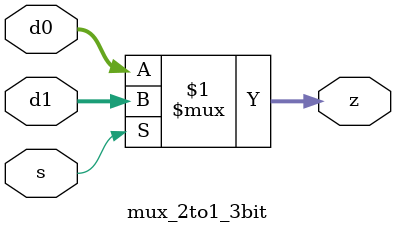
<source format=v>
`timescale 1ns / 1ps


`timescale 1ns / 1ps
//////////////////////////////////////////////////////////////////////////////////
// Company: 
// Engineer: 
// 
// Create Date: 04/24/2020 02:03:22 PM
// Design Name: 
// Module Name: mux_2to1
// Project Name: 
// Target Devices: 
// Tool Versions: 
// Description: 
// 
// Dependencies: 
// 
// Revision:
// Revision 0.01 - File Created
// Additional Comments:
// 
//////////////////////////////////////////////////////////////////////////////////


module mux_2to1_3bit(s, d0, d1, z);

input s;
input wire[2:0] d0, d1;
output wire[2:0] z;

assign z = s ? d1 : d0;
endmodule

</source>
